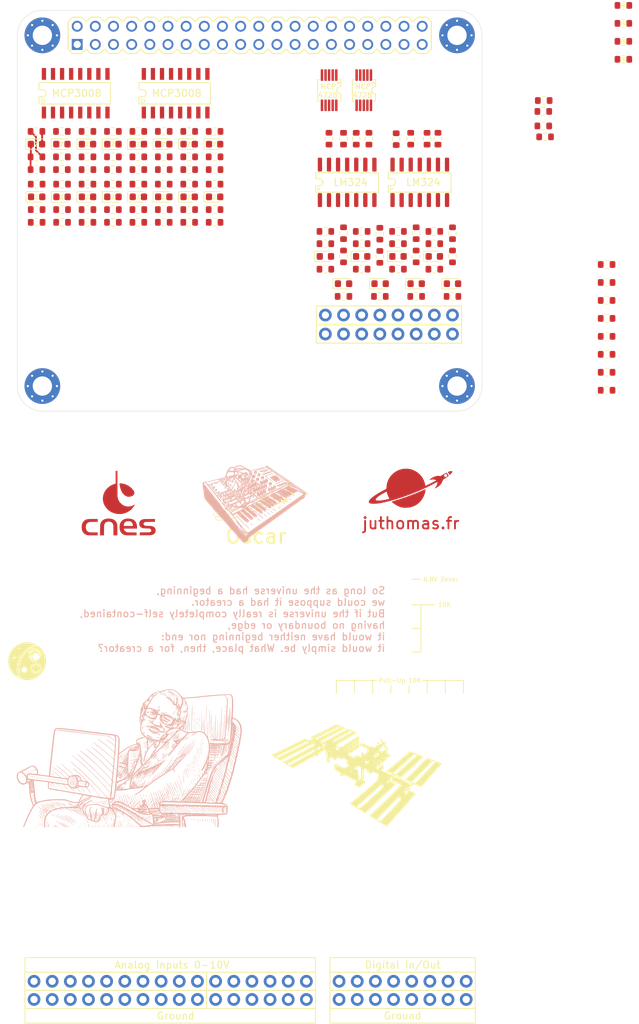
<source format=kicad_pcb>
(kicad_pcb (version 20240108) (generator "pcbnew") (generator_version "8.0")
  (layers (0 "F.Cu" signal "Top") (31 "B.Cu" signal "Bottom") (34 "B.Paste" user) (35 "F.Paste" user) (36 "B.SilkS" user "B.Silkscreen") (37 "F.SilkS" user "F.Silkscreen") (38 "B.Mask" user) (39 "F.Mask" user) (44 "Edge.Cuts" user))
  (net 0 "")
  (net 1 "GND")
  (net 2 "+5V")
  (net 3 "/D8")
  (net 4 "/D7")
  (net 5 "/D6")
  (net 6 "/D5")
  (net 7 "/D4")
  (net 8 "/D3")
  (net 9 "/D2")
  (net 10 "/D1")
  (net 11 "/GPIO7")
  (net 12 "/GPIO8")
  (net 13 "/GPIO11")
  (net 14 "/GPIO9")
  (net 15 "/GPIO10")
  (net 16 "/3V3_REG")
  (net 17 "/CH7")
  (net 18 "/CH6")
  (net 19 "/CH5")
  (net 20 "/CH4")
  (net 21 "/CH3")
  (net 22 "/CH2")
  (net 23 "/CH1")
  (net 24 "/CH0")
  (net 25 "/CH15")
  (net 26 "/CH14")
  (net 27 "/CH13")
  (net 28 "/CH12")
  (net 29 "/CH11")
  (net 30 "/CH10")
  (net 31 "/CH9")
  (net 32 "/CH8")
  (net 33 "/RG15")
  (net 34 "/RG14")
  (net 35 "/RG13")
  (net 36 "/RG12")
  (net 37 "/RG11")
  (net 38 "/RG10")
  (net 39 "/RG9")
  (net 40 "/RG8")
  (net 41 "/RG7")
  (net 42 "/RG6")
  (net 43 "/RG5")
  (net 44 "/RG4")
  (net 45 "/RG3")
  (net 46 "/RG2")
  (net 47 "/RG1")
  (net 48 "/RG0")
  (net 49 "Net-(D1-K)")
  (net 50 "Net-(D2-K)")
  (net 51 "Net-(D3-K)")
  (net 52 "Net-(D4-K)")
  (net 53 "Net-(D5-K)")
  (net 54 "Net-(D6-K)")
  (net 55 "Net-(D7-K)")
  (net 56 "Net-(D8-K)")
  (net 57 "Net-(D9-K)")
  (net 58 "Net-(D10-K)")
  (net 59 "Net-(D11-K)")
  (net 60 "Net-(D12-K)")
  (net 61 "Net-(D13-K)")
  (net 62 "Net-(D14-K)")
  (net 63 "Net-(D15-K)")
  (net 64 "Net-(D16-K)")
  (net 65 "Net-(D17-K)")
  (net 66 "/OP0_1")
  (net 80 "/OP0_2")
  (net 81 "Net-(D18-K)")
  (net 82 "/OP0_3")
  (net 83 "Net-(D19-K)")
  (net 84 "Net-(D20-K)")
  (net 85 "/OP0_4")
  (net 86 "Net-(D21-K)")
  (net 87 "/OP1_1")
  (net 88 "Net-(D22-K)")
  (net 89 "/OP1_2")
  (net 90 "Net-(D23-K)")
  (net 91 "/OP1_3")
  (net 92 "Net-(D24-K)")
  (net 93 "/OP1_4")
  (net 94 "/GPIO2")
  (net 95 "/GPIO3")
  (net 96 "/A1")
  (net 97 "/A5")
  (net 98 "/A3")
  (net 99 "/A0")
  (net 100 "/A4")
  (net 101 "/A6")
  (net 102 "/A2")
  (net 103 "/A7")
  (net 104 "/MCP4728_V0_1")
  (net 105 "Net-(U2-In1P)")
  (net 106 "Net-(U2-In1N)")
  (net 107 "Net-(U2-In2N)")
  (net 108 "Net-(U2-In2P)")
  (net 109 "/MCP4728_V0_2")
  (net 110 "Net-(U2-In4N)")
  (net 111 "Net-(U2-In4P)")
  (net 112 "/MCP4728_V0_4")
  (net 113 "Net-(U2-In3N)")
  (net 114 "Net-(U2-In3P)")
  (net 115 "/MCP4728_V0_3")
  (net 116 "Net-(U6-In1N)")
  (net 117 "Net-(U6-In1P)")
  (net 118 "/MCP4728_V1_1")
  (net 119 "Net-(U6-In2P)")
  (net 120 "/MCP4728_V1_2")
  (net 121 "Net-(U6-In2N)")
  (net 122 "Net-(U6-In4N)")
  (net 123 "/MCP4728_V1_4")
  (net 124 "Net-(U6-In4P)")
  (net 125 "/MCP4728_V1_3")
  (net 126 "Net-(U6-In3P)")
  (net 127 "Net-(U6-In3N)")
  (net 128 "Net-(U4-~{LDAC})")
  (net 129 "Net-(U4-RDY{slash}~{BSY})")
  (net 130 "Net-(U5-~{LDAC})")
  (net 131 "Net-(U5-RDY{slash}~{BSY})")
  (footprint "Modular Shield:PIN_20X2" (layer "F.Cu") (at 57.956 28.702)
    (property "Reference" "J1" (hide yes))
    (property "Value" "Raspberry_Pi_2_3")
  )
  (footprint "Modular Shield:MountingHole_2.7mm_M2.5" (layer "F.Cu") (at 86.956 77.702)
    (property "Reference" "H2" (hide yes))
    (property "Value" "MountingHole")
  )
  (footprint "Modular Shield:MountingHole_2.7mm_M2.5" (layer "F.Cu") (at 86.956 28.702)
    (property "Reference" "H3" (hide yes))
    (property "Value" "MountingHole")
  )
  (footprint "Modular Shield:MountingHole_2.7mm_M2.5" (layer "F.Cu") (at 28.956 77.702)
    (property "Reference" "H4" (hide yes))
    (property "Value" "MountingHole")
  )
  (footprint "Modular Shield:MountingHole_2.7mm_M2.5" (layer "F.Cu") (at 28.956 28.702)
    (property "Reference" "H1" (hide yes))
    (property "Value" "MountingHole")
  )
  (footprint "Modular Shield:1X10-BIG" (layer "F.Cu") (at 39.218 163.4)
    (property "Reference" "JP6" (hide yes))
    (property "Value" "PINHD-1X10")
  )
  (footprint "Modular Shield:1X08-BIG" (layer "F.Cu") (at 79.35 163.4)
    (property "Reference" "JP2" (hide yes))
    (property "Value" "PINHD-1X8")
  )
  (footprint "Modular Shield:1X06-BIG" (layer "F.Cu") (at 59.538 163.4)
    (property "Reference" "JP3" (hide yes))
    (property "Value" "PINHD-1X6")
  )
  (footprint "Modular Shield:1X10-BIG" (layer "F.Cu") (at 39.218 160.86)
    (property "Reference" "JP4" (hide yes))
    (property "Value" "PINHD-1X10")
  )
  (footprint "Modular Shield:1X08-BIG" (layer "F.Cu") (at 79.35 160.86)
    (property "Reference" "JP5" (hide yes))
    (property "Value" "PINHD-1X8")
  )
  (footprint "Modular Shield:1X06-BIG" (layer "F.Cu") (at 59.538 160.86)
    (property "Reference" "JP1" (hide yes))
    (property "Value" "PINHD-1X6")
  )
  (footprint "Modular Shield:ISS" (layer "F.Cu") (at 73.299297 129.411759)
    (property "Reference" "REF**" (hide yes))
    (property "Value" "ISS" (hide yes))
  )
  (footprint "Modular Shield:Saturn" (layer "F.Cu") (at 80.5 92.3)
    (property "Reference" "G***" (hide yes))
    (property "Value" "LOGO" (hide yes))
  )
  (footprint "Modular Shield:Moon" (layer "F.Cu") (at 27.2 116.1)
    (property "Reference" "G***" (hide yes))
    (property "Value" "LOGO" (hide yes))
  )
  (footprint "Modular Shield:Falling_Stars" (layer "F.Cu") (at 59.108 94.1)
    (property "Reference" "G***" (hide yes))
    (property "Value" "LOGO" (hide yes))
  )
  (footprint "Modular Shield:CNES" (layer "F.Cu") (at 39.5 95.3)
    (property "Reference" "G***" (hide yes))
    (property "Value" "LOGO" (hide yes))
  )
  (footprint "Modular Shield:R_0603_1608Metric" (layer "F.Cu") (at 107.8825 68.25)
    (property "Reference" "R52" (hide yes))
    (property "Value" "10K")
  )
  (footprint "Modular Shield:R_0603_1608Metric" (layer "F.Cu") (at 35.268 49.492)
    (property "Reference" "R17" (hide yes))
    (property "Value" "10K")
  )
  (footprint "Modular Shield:R_0603_1608Metric" (layer "F.Cu") (at 28.156 53.048)
    (property "Reference" "R6" (hide yes))
    (property "Value" "10K")
  )
  (footprint "Modular Shield:R_0603_1608Metric" (layer "F.Cu") (at 107.8825 63.23)
    (property "Reference" "R50" (hide yes))
    (property "Value" "10K")
  )
  (footprint "Modular Shield:D_Z_0603_1608Metric" (layer "F.Cu") (at 42.38 51.27)
    (property "Reference" "D10" (hide yes))
    (property "Value" "D_Zener 6.6V")
  )
  (footprint "Modular Shield:D_Z_0603_1608Metric" (layer "F.Cu") (at 53.048 51.27)
    (property "Reference" "D16" (hide yes))
    (property "Value" "D_Zener 6.6V")
  )
  (footprint "Modular Shield:R_0603_1608Metric" (layer "F.Cu") (at 49.492 49.492)
    (property "Reference" "R41" (hide yes))
    (property "Value" "10K")
  )
  (footprint "Modular Shield:D_Z_0603_1608Metric" (layer "F.Cu") (at 35.268 51.27)
    (property "Reference" "D6" (hide yes))
    (property "Value" "D_Zener 6.6V")
  )
  (footprint "Modular Shield:R_0603_1608Metric" (layer "F.Cu") (at 31.6865 42.126)
    (property "Reference" "R8" (hide yes))
    (property "Value" "10K")
  )
  (footprint "Modular Shield:R_0603_1608Metric" (layer "F.Cu") (at 99.276 42.888)
    (property "Reference" "R74" (hide yes))
    (property "Value" "10K")
  )
  (footprint "Modular Shield:R_0603_1608Metric" (layer "F.Cu") (at 35.268 42.126)
    (property "Reference" "R14" (hide yes))
    (property "Value" "10K")
  )
  (footprint "Modular Shield:R_0603_1608Metric" (layer "F.Cu") (at 49.492 54.826 180)
    (property "Reference" "R43" (hide yes))
    (property "Value" "10K")
  )
  (footprint "Modular Shield:R_0603_1608Metric" (layer "F.Cu") (at 99.022 41.364)
    (property "Reference" "R82" (hide yes))
    (property "Value" "10K")
  )
  (footprint "Modular Shield:R_0603_1608Metric" (layer "F.Cu") (at 38.824 49.492)
    (property "Reference" "R23" (hide yes))
    (property "Value" "10K")
  )
  (footprint "Modular Shield:R_0603_1608Metric" (layer "F.Cu") (at 76.162 65.177)
    (property "Reference" "R72" (hide yes))
    (property "Value" "750R")
  )
  (footprint "Modular Shield:R_0603_1608Metric" (layer "F.Cu") (at 28.156 54.826 180)
    (property "Reference" "R7" (hide yes))
    (property "Value" "10K")
  )
  (footprint "Modular Shield:D_0603_1608Metric" (layer "F.Cu") (at 81.242 63.399)
    (property "Reference" "D22" (hide yes))
    (property "Value" "300mA 100V")
  )
  (footprint "Modular Shield:R_0603_1608Metric" (layer "F.Cu") (at 99.022 39.332)
    (property "Reference" "R73" (hide yes))
    (property "Value" "10K")
  )
  (footprint "Modular Shield:R_0603_1608Metric" (layer "F.Cu") (at 38.824 45.682)
    (property "Reference" "R21" (hide yes))
    (property "Value" "10K")
  )
  (footprint "Modular Shield:D_0603_1608Metric" (layer "F.Cu") (at 73.622 59.589)
    (property "Reference" "D19" (hide yes))
    (property "Value" "300mA 100V")
  )
  (footprint "Modular Shield:R_0603_1608Metric" (layer "F.Cu") (at 42.38 49.492)
    (property "Reference" "R29" (hide yes))
    (property "Value" "10K")
  )
  (footprint "Modular Shield:LM324 SOIC14" (layer "F.Cu") (at 81.75 49.238 90)
    (property "Reference" "U6" (hide yes))
    (property "Value" "LM324")
  )
  (footprint "Modular Shield:D_Z_0603_1608Metric" (layer "F.Cu") (at 31.6865 43.904)
    (property "Reference" "D3" (hide yes))
    (property "Value" "D_Zener 6.6V")
  )
  (footprint "Modular Shield:D_Z_0603_1608Metric" (layer "F.Cu") (at 35.268 43.904)
    (property "Reference" "D5" (hide yes))
    (property "Value" "D_Zener 6.6V")
  )
  (footprint "Modular Shield:R_0603_1608Metric" (layer "F.Cu") (at 107.8825 70.76)
    (property "Reference" "R53" (hide yes))
    (property "Value" "10K")
  )
  (footprint "Modular Shield:R_0603_1608Metric" (layer "F.Cu") (at 83.782 61.377)
    (property "Reference" "R91" (hide yes))
    (property "Value" "750R")
  )
  (footprint "Modular Shield:R_0603_1608Metric" (layer "F.Cu") (at 86.322 59.589 90)
    (property "Reference" "R83" (hide yes))
    (property "Value" "48K")
  )
  (footprint "Modular Shield:R_0603_1608Metric" (layer "F.Cu") (at 45.936 47.46 180)
    (property "Reference" "R34" (hide yes))
    (property "Value" "10K")
  )
  (footprint "Modular Shield:R_0603_1608Metric" (layer "F.Cu") (at 35.268 45.682)
    (property "Reference" "R15" (hide yes))
    (property "Value" "10K")
  )
  (footprint "Modular Shield:R_0603_1608Metric" (layer "F.Cu") (at 72.86 43.142 -90)
    (property "Reference" "R62" (hide yes))
    (property "Value" "10K")
  )
  (footprint "Modular Shield:R_0603_1608Metric" (layer "F.Cu") (at 31.6865 45.682)
    (property "Reference" "R9" (hide yes))
    (property "Value" "10K")
  )
  (footprint "Modular Shield:R_0603_1608Metric" (layer "F.Cu") (at 53.048 53.048)
    (property "Reference" "R48" (hide yes))
    (property "Value" "10K")
  )
  (footprint "Modular Shield:D_0603_1608Metric" (layer "F.Cu") (at 68.542 59.589)
    (property "Reference" "D17" (hide yes))
    (property "Value" "300mA 100V")
  )
  (footprint "Modular Shield:R_0603_1608Metric" (layer "F.Cu") (at 53.048 54.826 180)
    (property "Reference" "R49" (hide yes))
    (property "Value" "10K")
  )
  (footprint "Modular Shield:R_0603_1608Metric" (layer "F.Cu") (at 28.1305 45.682)
    (property "Reference" "R2" (hide yes))
    (property "Value" "10K")
  )
  (footprint "Modular Shield:R_0603_1608Metric" (layer "F.Cu") (at 78.702 57.811)
    (property "Reference" "R76" (hide yes))
    (property "Value" "48K")
  )
  (footprint "Modular Shield:R_0603_1608Metric" (layer "F.Cu") (at 45.936 42.126)
    (property "Reference" "R32" (hide yes))
    (property "Value" "10K")
  )
  (footprint "Modular Shield:R_0603_1608Metric" (layer "F.Cu") (at 81.242 65.177)
    (property "Reference" "R90" (hide yes))
    (property "Value" "750R")
  )
  (footprint "Modular Shield:R_0603_1608Metric" (layer "F.Cu") (at 42.38 42.126)
    (property "Reference" "R26" (hide yes))
    (property "Value" "10K")
  )
  (footprint "Modular Shield:R_0603_1608Metric" (layer "F.Cu") (at 45.936 49.492)
    (property "Reference" "R35" (hide yes))
    (property "Value" "10K")
  )
  (footprint "Modular Shield:R_0603_1608Metric" (layer "F.Cu") (at 107.8825 75.78)
    (property "Reference" "R55" (hide yes))
    (property "Value" "10K")
  )
  (footprint "Modular Shield:C_0603_1608Metric" (layer "F.Cu") (at 110.225 27.03)
    (property "Reference" "C2" (hide yes))
    (property "Value" "10uF")
  )
  (footprint "Modular Shield:R_0603_1608Metric" (layer "F.Cu") (at 31.6865 47.46 180)
    (property "Reference" "R10" (hide yes))
    (property "Value" "10K")
  )
  (footprint "Modular Shield:R_0603_1608Metric" (layer "F.Cu") (at 53.048 45.682)
    (property "Reference" "R45" (hide yes))
    (property "Value" "10K")
  )
  (footprint "Modular Shield:R_0603_1608Metric" (layer "F.Cu") (at 45.936 54.826 180)
    (property "Reference" "R37" (hide yes))
    (property "Value" "10K")
  )
  (footprint "Modular Shield:R_0603_1608Metric" (layer "F.Cu") (at 68.542 56.096 180)
    (property "Reference" "R58" (hide yes))
    (property "Value" "10K")
  )
  (footprint "Modular Shield:R_0603_1608Metric" (layer "F.Cu") (at 81.242 56.35 -90)
    (property "Reference" "R80" (hide yes))
    (property "Value" "10K")
  )
  (footprint "Modular Shield:R_0603_1608Metric" (layer "F.Cu") (at 49.492 53.048)
    (property "Reference" "R42" (hide yes))
    (property "Value" "10K")
  )
  (footprint "Modular Shield:R_0603_1608Metric" (layer "F.Cu") (at 83.782 56.096 180)
    (property "Reference" "R87" (hide yes))
    (property "Value" "10K")
  )
  (footprint "Modular Shield:R_0603_1608Metric" (layer "F.Cu") (at 73.622 56.096 180)
    (property "Reference" "R67" (hide yes))
    (property "Value" "10K")
  )
  (footprint "Modular Shield:MCP3008 SOIC16" (layer "F.Cu") (at 32.982 36.792 90)
    (property "Reference" "U1" (hide yes))
    (property "Value" "MCP3008" (hide yes))
  )
  (footprint "Modular Shield:R_0603_1608Metric" (layer "F.Cu") (at 107.8825 65.74)
    (property "Reference" "R51" (hide yes))
    (property "Value" "10K")
  )
  (footprint "Modular Shield:1X08-BIG" (layer "F.Cu") (at 77.432 67.78)
    (property "Reference" "JP7" (hide yes))
    (property "Value" "PINHD-1X8")
  )
  (footprint "Modular Shield:R_0603_1608Metric" (layer "F.Cu") (at 28.1305 42.126)
    (property "Reference" "R1" (hide yes))
    (property "Value" "10K")
  )
  (footprint "Modular Shield:R_0603_1608Metric" (layer "F.Cu") (at 69.05 43.142 -90)
    (property "Reference" "R65" (hide yes))
    (property "Value" "10K")
  )
  (footprint "Modular Shield:R_0603_1608Metric" (layer "F.Cu") (at 82.766 43.142 -90)
    (property "Reference" "R86" (hide yes))
    (property "Value" "10K")
  )
  (footprint "Modular Shield:R_0603_1608Metric" (layer "F.Cu") (at 84.29 43.142 -90)
    (property "Reference" "R79" (hide yes))
    (property "Value" "10K")
  )
  (footprint "Modular Shield:R_0603_1608Metric" (layer "F.Cu") (at 53.048 47.46 180)
    (property "Reference" "R46" (hide yes))
    (property "Value" "10K")
  )
  (footprint "Modular Shield:R_0603_1608Metric" (layer "F.Cu") (at 35.268 47.46 180)
    (property "Reference" "R16" (hide yes))
    (property "Value" "10K")
  )
  (footprint "Modular Shield:R_0603_1608Metric" (layer "F.Cu") (at 38.824 54.826 180)
    (property "Reference" "R25" (hide yes))
    (property "Value" "10K")
  )
  (footprint "Modular Shield:R_0603_1608Metric" (layer "F.Cu") (at 74.638 43.142 -90)
    (property "Reference" "R68" (hide yes))
    (property "Value" "10K")
  )
  (footprint "Modular Shield:R_0603_1608Metric" (layer "F.Cu") (at 28.156 49.492)
    (property "Reference" "R5" (hide yes))
    (property "Value" "10K")
  )
  (footprint "Modular Shield:R_0603_1608Metric" (layer "F.Cu") (at 31.712 49.492)
    (property "Reference" "R11" (hide yes))
    (property "Value" "10K")
  )
  (footprint "Modular Shield:D_Z_0603_1608Metric" (layer "F.Cu") (at 45.936 43.904)
    (property "Reference" "D11" (hide yes))
    (property "Value" "D_Zener 6.6V")
  )
  (footprint "Modular Shield:R_0603_1608Metric" (layer "F.Cu") (at 78.448 43.205 -90)
    (property "Reference" "R78" (hide yes))
    (property "Value" "10K")
  )
  (footprint "Modular Shield:D_0603_1608Metric" (layer "F.Cu") (at 83.782 59.589)
    (property "Reference" "D23" (hide yes))
    (property "Value" "300mA 100V")
  )
  (footprint "Modular Shield:R_0603_1608Metric" (layer "F.Cu") (at 86.322 65.177)
    (property "Reference" "R92" (hide yes))
    (property "Value" "750R")
  )
  (footprint "Modular Shield:1X08-BIG" (layer "F.Cu") (at 77.432 70.431)
    (property "Reference" "JP8" (hide yes))
    (property "Value" "PINHD-1X8")
  )
  (footprint "Modular Shield:R_0603_1608Metric" (layer "F.Cu") (at 76.162 56.413 90)
    (property "Reference" "R64" (hide yes))
    (property "Value" "10K")
  )
  (footprint "Modular Shield:R_0603_1608Metric" (layer "F.Cu") (at 81.242 59.589 90)
    (property "Reference" "R81" (hide yes))
    (property "Value" "48K")
  )
  (footprint "Modular Shield:R_0603_1608Metric" (layer "F.Cu") (at 28.1305 47.46 180)
    (property "Reference" "R3" (hide yes))
    (property "Value" "10K")
  )
  (footprint "Modular Shield:R_0603_1608Metric" (layer "F.Cu") (at 49.492 45.682)
    (property "Reference" "R39" (hide yes))
    (property "Value" "10K")
  )
  (footprint "Modular Shield:R_0603_1608Metric" (layer "F.Cu") (at 42.38 47.46 180)
    (property "Reference" "R28" (hide yes))
    (property "Value" "10K")
  )
  (footprint "Modular Shield:C_0603_1608Metric" (layer "F.Cu") (at 110.225 29.54)
    (property "Reference" "C3" (hide yes))
    (property "Value" "0.1uF")
  )
  (footprint "Modular Shield:R_0603_1608Metric" (layer "F.Cu") (at 42.38 54.826 180)
    (property "Reference" "R31" (hide yes))
    (property "Value" "10K")
  )
  (footprint "Modular Shield:MCP4728 MSOP10" (layer "F.Cu") (at 73.916 36.3645 -90)
    (property "Reference" "U5" (hide yes))
    (property "Value" "MCP4728")
  )
  (footprint "Modular Shield:D_0603_1608Metric" (layer "F.Cu") (at 76.202 63.399)
    (property "Reference" "D20" (hide yes))
    (property "Value" "300mA 100V")
  )
  (footprint "Modular Shield:D_Z_0603_1608Metric" (layer "F.Cu") (at 31.712 51.27)
    (property "Reference" "D4" (hide yes))
    (property "Value" "D_Zener 6.6V")
  )
  (footprint "Modular Shield:R_0603_1608Metric" (layer "F.Cu") (at 53.048 42.126)
    (property "Reference" "R44" (hide yes))
    (property "Value" "10K")
  )
  (footprint "Modular Shield:C_0603_1608Metric" (layer "F.Cu") (at 110.225 24.52)
    (property "Reference" "C1" (hide yes))
    (property "Value" "0.1uF")
  )
  (footprint "Modular Shield:R_0603_1608Metric" (layer "F.Cu") (at 45.936 53.048)
    (property "Reference" "R36" (hide yes))
    (property "Value" "10K")
  )
  (footprint "Modular Shield:R_0603_1608Metric" (layer "F.Cu") (at 42.38 45.682)
    (property "Reference" "R27" (hide yes))
    (property "Value" "10K")
  )
  (footprint "Modular Shield:R_0603_1608Metric" (layer "F.Cu") (at 71.082 56.35 -90)
    (property "Reference" "R61" (hide yes))
    (property "Value" "10K")
  )
  (footprint "Modular Shield:D_Z_0603_1608Metric" (layer "F.Cu") (at 49.492 43.904)
    (property "Reference" "D13" (hide yes))
    (property "Value" "D_Zener 6.6V")
  )
  (footprint "Modular Shield:R_0603_1608Metric" (layer "F.Cu") (at 86.322 56.35 -90)
    (property "Reference" "R84" (hide yes))
    (property "Value" "10K")
  )
  (footprint "Modular Shield:MCP4728 MSOP10" (layer "F.Cu") (at 69.066 36.3645 -90)
    (property "Reference" "U4" (hide yes))
    (property "Value" "MCP4728")
  )
  (footprint "Modular Shield:R_0603_1608Metric" (layer "F.Cu") (at 99.085 37.808)
    (property "Reference" "R75" (hide yes))
    (property "Value" "10K")
  )
  (footprint "Modular Shield:R_0603_1608Metric" (layer "F.Cu") (at 49.492 42.126)
    (property "Reference" "R38" (hide yes))
    (property "Value" "10K")
  )
  (footprint "Modular Shield:R_0603_1608Metric" (layer "F.Cu") (at 68.542 57.811)
    (property "Reference" "R59" (hide yes))
    (property "Value" "48K")
  )
  (footprint "Modular Shield:R_0603_1608Metric" (layer "F.Cu") (at 42.38 53.048)
    (property "Reference" "R30" (hide yes))
    (property "Value" "10K")
  )
  (footprint "Modular Shield:D_Z_0603_1608Metric" (layer "F.Cu") (at 45.936 51.27)
    (property "Reference" "D12" (hide yes))
    (property "Value" "D_Zener 6.6V")
  )
  (footprint "Modular Shield:R_0603_1608Metric" (layer "F.Cu") (at 38.824 42.126)
    (property "Reference" "R20" (hide yes))
    (property "Value" "10K")
  )
  (footprint "Modular Shield:D_Z_0603_1608Metric" (layer "F.Cu") (at 28.1305 43.904)
    (property "Reference" "D1" (hide yes))
    (property "Value" "D_Zener 6.6V")
  )
  (footprint "Modular Shield:D_Z_0603_1608Metric" (layer "F.Cu") (at 42.38 43.904)
    (property "Reference" "D9" (hide yes))
    (property "Value" "D_Zener 6.6V")
  )
  (footprint "Modular Shield:R_0603_1608Metric" (layer "F.Cu") (at 45.936 45.682)
    (property "Reference" "R33" (hide yes))
    (property "Value" "10K")
  )
  (footprint "Modular Shield:D_Z_0603_1608Metric" (layer "F.Cu") (at 49.492 51.27)
    (property "Reference" "D14" (hide yes))
    (property "Value" "D_Zener 6.6V")
  )
  (footprint "Modular Shield:R_0603_1608Metric" (layer "F.Cu") (at 31.712 53.048)
    (property "Reference" "R12" (hide yes))
    (property "Value" "10K")
  )
  (footprint "Modular Shield:R_0603_1608Metric" (layer "F.Cu") (at 38.824 53.048)
    (property "Reference" "R24" (hide yes))
    (property "Value" "10K")
  )
  (footprint "Modular Shield:R_0603_1608Metric" (layer "F.Cu") (at 31.712 54.826 180)
    (property "Reference" "R13" (hide yes))
    (property "Value" "10K")
  )
  (footprint "Modular Shield:R_0603_1608Metric" (layer "F.Cu") (at 78.702 61.367)
    (property "Reference" "R89" (hide yes))
    (property "Value" "750R")
  )
  (footprint "Modular Shield:D_0603_1608Metric" (layer "F.Cu") (at 86.322 63.399)
    (property "Reference" "D24" (hide yes))
    (property "Value" "300mA 100V")
  )
  (footprint "Modular Shield:R_0603_1608Metric" (layer "F.Cu") (at 76.162 59.652 90)
    (property "Reference" "R63" (hide yes))
    (property "Value" "48K")
  )
  (footprint "Modular Shield:R_0603_1608Metric" (layer "F.Cu") (at 80.48 43.142 -90)
    (property "Reference" "R85" (hide yes))
    (property "Value" "10K")
  )
  (footprint "Modular Shield:D_Z_0603_1608Metric" (layer "F.Cu") (at 38.824 51.27)
    (property "Reference" "D8" (hide yes))
    (property "Value" "D_Zener 6.6V")
  )
  (footprint "Modular Shield:D_Z_0603_1608Metric" (layer "F.Cu") (at 28.156 51.27)
    (property "Reference" "D2" (hide yes))
    (property "Value" "D_Zener 6.6V")
  )
  (footprint "Modular Shield:D_0603_1608Metric" (layer "F.Cu") (at 78.702 59.589)
    (property "Reference" "D21" (hide yes))
    (property "Value" "300mA 100V")
  )
  (footprint "Modular Shield:R_0603_1608Metric" (layer "F.Cu") (at 71.082 59.589 90)
    (property "Reference" "R60" (hide yes))
    (property "Value" "48K")
  )
  (footprint "Modular Shield:R_0603_1608Metric" (layer "F.Cu") (at 107.8825 78.29)
    (property "Reference" "R56" (hide yes))
    (property "Value" "10K")
  )
  (footprint "Modular Shield:C_0603_1608Metric" (layer "F.Cu") (at 110.225 32.05)
    (property "Reference" "C4" (hide yes))
    (property "Value" "10uF")
  )
  (footprint "Modular Shield:R_0603_1608Metric" (layer "F.Cu") (at 78.702 56.096 180)
    (property "Reference" "R77" (hide yes))
    (property "Value" "10K")
  )
  (footprint "Modular Shield:R_0603_1608Metric" (layer "F.Cu") (at 35.268 53.048)
    (property "Reference" "R18" (hide yes))
    (property "Value" "10K")
  )
  (footprint "Modular Shield:R_0603_1608Metric" (layer "F.Cu") (at 53.048 49.492)
    (property "Reference" "R47" (hide yes))
    (property "Value" "10K")
  )
  (footprint "Modular Shield:R_0603_1608Metric" (layer "F.Cu") (at 38.824 47.46 180)
    (property "Reference" "R22" (hide yes))
    (property "Value" "10K")
  )
  (footprint "Modular Shield:MCP3008 SOIC16" (layer "F.Cu") (at 46.96 36.792 90)
    (property "Reference" "U3" (hide yes))
    (property "Value" "MCP3008" (hide yes))
  )
  (footprint "Modular Shield:R_0603_1608Metric" (layer "F.Cu") (at 73.622 61.367)
    (property "Reference" "R71" (hide yes))
    (property "Value" "750R")
  )
  (footprint "Modular Shield:R_0603_1608Metric" (layer "F.Cu") (at 71.082 43.142 -90)
    (property "Reference" "R57" (hide yes))
    (property "Value" "10K")
  )
  (footprint "Modular Shield:R_0603_1608Metric" (layer "F.Cu") (at 107.8825 60.72)
    (property "Reference" "R4" (hide yes))
    (property "Value" "10K")
  )
  (footprint "Modular Shield:D_Z_0603_1608Metric" (layer "F.Cu") (at 38.824 43.904)
    (property "Reference" "D7" (hide yes))
    (property "Value" "D_Zener 6.6V")
  )
  (footprint "Modular Shield:R_0603_1608Metric" (layer "F.Cu") (at 107.8825 73.27)
    (property "Reference" "R54" (hide yes))
    (property "Value" "10K")
  )
  (footprint "Modular Shield:R_0603_1608Metric" (layer "F.Cu") (at 49.492 47.46 180)
    (property "Reference" "R40" (hide yes))
    (property "Value" "10K")
  )
  (footprint "Modular Shield:R_0603_1608Metric" (layer "F.Cu") (at 73.622 57.811)
    (property "Reference" "R66" (hide yes))
    (property "Value" "48K")
  )
  (footprint "Modular Shield:LM324 SOIC14" (layer "F.Cu") (at 71.59 49.238 90)
    (property "Reference" "U2" (hide yes))
    (property "Value" "LM324")
  )
  (footprint "Modular Shield:R_0603_1608Metric" (layer "F.Cu") (at 35.268 54.826 180)
    (property "Reference" "R19" (hide yes))
    (property "Value" "10K")
  )
  (footprint "Modular Shield:R_0603_1608Metric" (layer "F.Cu") (at 68.542 61.377)
    (property "Reference" "R69" (hide yes))
    (property "Value" "750R")
  )
  (footprint "Modular Shield:D_Z_0603_1608Metric" (layer "F.Cu") (at 53.048 43.904)
    (property "Reference" "D15" (hide yes))
    (property "Value" "D_Zener 6.6V")
  )
  (footprint "Modular Shield:R_0603_1608Metric" (layer "F.Cu") (at 71.082 65.177)
    (property "Reference" "R70" (hide yes))
    (property "Value" "750R")
  )
  (footprint "Modular Shield:D_0603_1608Metric" (layer "F.Cu") (at 71.082 63.399)
    (property "Reference" "D18" (hide yes))
    (property "Value" "300mA 100V")
  )
  (footprint "Modular Shield:R_0603_1608Metric" (layer "F.Cu") (at 83.782 57.811)
    (property "Reference" "R88" (hide yes))
    (property "Value" "48K")
  )
  (footprint "Modular Shield:Stephen_Hawking" (layer "B.Cu") (at 41.1 129.7 180)
    (property "Reference" "G***" (hide yes))
    (property "Value" "LOGO" (hide yes))
  )
  (footprint "Modular Shield:Synthesizer" (layer "B.Cu") (at 58.6 94.1 180)
    (property "Reference" "G***" (hide yes))
    (property "Value" "LOGO" (hide yes))
  )
  (gr_line (start 87.86 118.822) (end 87.86 120.6) (stroke (width 0.12)) (layer "F.SilkS"))
  (gr_line (start 26.518 157.558) (end 26.518 159.59) (stroke (width 0.12)) (layer "F.SilkS"))
  (gr_line (start 81.906 114.86) (end 81.906 108.256) (stroke (width 0.12)) (layer "F.SilkS"))
  (gr_line (start 81.906 108.256) (end 80.636 108.256) (stroke (width 0.12)) (layer "F.SilkS"))
  (gr_line (start 72.62 118.822) (end 72.62 120.6) (stroke (width 0.12)) (layer "F.SilkS"))
  (gr_line (start 69.19 164.67) (end 69.19 166.702) (stroke (width 0.12)) (layer "F.SilkS"))
  (gr_line (start 67.158 159.59) (end 67.158 157.558) (stroke (width 0.12)) (layer "F.SilkS"))
  (gr_line (start 26.518 166.702) (end 26.518 164.67) (stroke (width 0.12)) (layer "F.SilkS"))
  (gr_line (start 75.16 118.822) (end 75.922 118.822) (stroke (width 0.12)) (layer "F.SilkS"))
  (gr_line (start 75.16 118.822) (end 75.16 120.6) (stroke (width 0.12)) (layer "F.SilkS"))
  (gr_line (start 89.51 166.702) (end 89.51 164.67) (stroke (width 0.12)) (layer "F.SilkS"))
  (gr_line (start 89.51 159.59) (end 89.51 157.558) (stroke (width 0.12)) (layer "F.SilkS"))
  (gr_line (start 81.906 111.558) (end 80.636 111.558) (stroke (width 0.12)) (layer "F.SilkS"))
  (gr_line (start 77.7 120.6) (end 77.7 119.584) (stroke (width 0.12)) (layer "F.SilkS"))
  (gr_line (start 70.08 118.822) (end 75.16 118.822) (stroke (width 0.12)) (layer "F.SilkS"))
  (gr_line (start 67.158 164.67) (end 67.158 166.702) (stroke (width 0.12)) (layer "F.SilkS"))
  (gr_line (start 89.51 157.558) (end 69.19 157.558) (stroke (width 0.12)) (layer "F.SilkS"))
  (gr_line (start 89.51 164.67) (end 89.51 164.416) (stroke (width 0.12)) (layer "F.SilkS"))
  (gr_line (start 81.906 108.256) (end 83.938 108.256) (stroke (width 0.12)) (layer "F.SilkS"))
  (gr_line (start 67.158 157.558) (end 26.518 157.558) (stroke (width 0.12)) (layer "F.SilkS"))
  (gr_line (start 67.158 166.702) (end 26.772 166.702) (stroke (width 0.12)) (layer "F.SilkS"))
  (gr_line (start 85.32 118.822) (end 85.32 120.6) (stroke (width 0.12)) (layer "F.SilkS"))
  (gr_line (start 70.08 120.6) (end 70.08 118.822) (stroke (width 0.12)) (layer "F.SilkS"))
  (gr_line (start 69.19 157.558) (end 69.19 159.59) (stroke (width 0.12)) (layer "F.SilkS"))
  (gr_line (start 80.636 114.86) (end 81.906 114.86) (stroke (width 0.12)) (layer "F.SilkS"))
  (gr_line (start 26.772 166.702) (end 26.518 166.702) (stroke (width 0.12)) (layer "F.SilkS"))
  (gr_line (start 80.24 120.6) (end 80.24 119.584) (stroke (width 0.12)) (layer "F.SilkS"))
  (gr_line (start 82.78 120.6) (end 82.78 118.822) (stroke (width 0.12)) (layer "F.SilkS"))
  (gr_line (start 80.636 104.7) (end 81.906 104.7) (stroke (width 0.12)) (layer "F.SilkS"))
  (gr_line (start 82.78 118.822) (end 87.86 118.822) (stroke (width 0.12)) (layer "F.SilkS"))
  (gr_line (start 69.19 166.702) (end 89.51 166.702) (stroke (width 0.12)) (layer "F.SilkS"))
  (gr_line (start 82.78 118.822) (end 82.018 118.822) (stroke (width 0.12)) (layer "F.SilkS"))
  (gr_line (start 25.456 77.702) (end 25.456 28.702) (stroke (width 0.05)) (layer "Edge.Cuts"))
  (gr_arc (start 90.456 77.702) (mid 89.430874 80.176874) (end 86.956 81.202) (stroke (width 0.05)) (layer "Edge.Cuts"))
  (gr_line (start 90.456 28.702) (end 90.456 77.702) (stroke (width 0.05)) (layer "Edge.Cuts"))
  (gr_arc (start 86.956 25.202) (mid 89.430874 26.227126) (end 90.456 28.702) (stroke (width 0.05)) (layer "Edge.Cuts"))
  (gr_arc (start 25.456 28.702) (mid 26.481126 26.227126) (end 28.956 25.202) (stroke (width 0.05)) (layer "Edge.Cuts"))
  (gr_arc (start 28.956 81.202) (mid 26.481126 80.176874) (end 25.456 77.702) (stroke (width 0.05)) (layer "Edge.Cuts"))
  (gr_line (start 28.956 25.202) (end 86.956 25.202) (stroke (width 0.05)) (layer "Edge.Cuts"))
  (gr_line (start 86.956 81.202) (end 28.956 81.202) (stroke (width 0.05)) (layer "Edge.Cuts"))
  (gr_text "So long as the universe had a beginning, \nwe could suppose it had a creator. \nBut if the universe is really completely self-contained, \nhaving no boundary or edge, \nit would have neither beginning nor end: \nit would simply be. What place, then, for a creator?" (at 77 110.3 0) (layer "B.SilkS") (effects (font (size 1 1)) (justify left mirror)))
  (gr_text "Ground" (at 47.6 165.686 0) (layer "F.SilkS") (effects (font (size 1 1))))
  (gr_text "Oscar" (at 58.854 98.672 0) (layer "F.SilkS") (effects (font (size 2 2) (thickness 0.3))))
  (gr_text "Ground" (at 79.35 165.686 0) (layer "F.SilkS") (effects (font (size 1 1))))
  (gr_text "Digital In/Out" (at 79.35 158.574 0) (layer "F.SilkS") (effects (font (size 1 1))))
  (gr_text "Analog Inputs 0-10V" (at 47.092 158.574 0) (layer "F.SilkS") (effects (font (size 1 1))))
  (gr_text "10K" (at 85.208 108.256 0) (layer "F.SilkS") (effects (font (size 0.6 0.6) (thickness 0.1))))
  (gr_text "6.8V Zener" (at 84.7 104.7 0) (layer "F.SilkS") (effects (font (size 0.6 0.6) (thickness 0.1))))
  (gr_text "Pull-Up 10K" (at 78.97 118.822 0) (layer "F.SilkS") (effects (font (size 0.6 0.6) (thickness 0.1))))
  (segment (start 28.918 43.904) (end 28.918 42.1635) (width 0.25) (layer "F.Cu") (net 1))
  (segment (start 28.0579 42.8784) (end 28.0579 44.7844) (width 0.25) (layer "F.Cu") (net 24))
  (segment (start 27.3055 42.126) (end 28.0579 42.8784) (width 0.25) (layer "F.Cu") (net 24))
  (segment (start 28.0579 44.7844) (end 28.9555 45.682) (width 0.25) (layer "F.Cu") (net 24))
  (segment (start 27.343 45.6445) (end 27.3055 45.682) (width 0.25) (layer "F.Cu") (net 49))
  (segment (start 27.343 43.904) (end 27.343 45.6445) (width 0.25) (layer "F.Cu") (net 49))
  (segment (start 27.3055 45.682) (end 27.3055 47.46) (width 0.25) (layer "F.Cu") (net 49))
)
</source>
